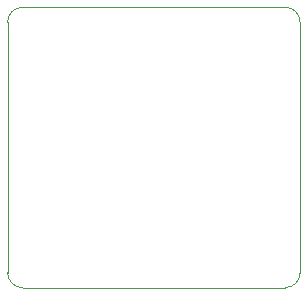
<source format=gbr>
G04 #@! TF.GenerationSoftware,KiCad,Pcbnew,(6.0.0-rc1-dev-713-g90df7a8b2)*
G04 #@! TF.CreationDate,2018-10-30T15:00:52-06:00*
G04 #@! TF.ProjectId,motores,6D6F746F7265732E6B696361645F7063,rev?*
G04 #@! TF.SameCoordinates,Original*
G04 #@! TF.FileFunction,Profile,NP*
%FSLAX46Y46*%
G04 Gerber Fmt 4.6, Leading zero omitted, Abs format (unit mm)*
G04 Created by KiCad (PCBNEW (6.0.0-rc1-dev-713-g90df7a8b2)) date mar 30 oct 2018 15:00:52 CST*
%MOMM*%
%LPD*%
G01*
G04 APERTURE LIST*
%ADD10C,0.050000*%
G04 APERTURE END LIST*
D10*
X140335000Y-71374000D02*
X140335000Y-50165000D01*
X165100000Y-50165000D02*
X165100000Y-71374000D01*
X163830000Y-48895000D02*
X141605000Y-48895000D01*
X141605000Y-72644000D02*
X163830000Y-72644000D01*
X141605000Y-72644000D02*
G75*
G02X140335000Y-71374000I0J1270000D01*
G01*
X165100000Y-71374000D02*
G75*
G02X163830000Y-72644000I-1270000J0D01*
G01*
X163830000Y-48895000D02*
G75*
G02X165100000Y-50165000I0J-1270000D01*
G01*
X140335000Y-50165000D02*
G75*
G02X141605000Y-48895000I1270000J0D01*
G01*
M02*

</source>
